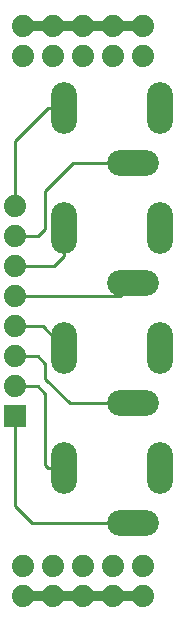
<source format=gbr>
G04 #@! TF.GenerationSoftware,KiCad,Pcbnew,(5.1.5)-3*
G04 #@! TF.CreationDate,2020-03-15T10:43:50-07:00*
G04 #@! TF.ProjectId,bbf-eurojacks_v1,6262662d-6575-4726-9f6a-61636b735f76,rev?*
G04 #@! TF.SameCoordinates,Original*
G04 #@! TF.FileFunction,Copper,L1,Top*
G04 #@! TF.FilePolarity,Positive*
%FSLAX46Y46*%
G04 Gerber Fmt 4.6, Leading zero omitted, Abs format (unit mm)*
G04 Created by KiCad (PCBNEW (5.1.5)-3) date 2020-03-15 10:43:50*
%MOMM*%
%LPD*%
G04 APERTURE LIST*
G04 #@! TA.AperFunction,ComponentPad*
%ADD10O,2.184400X4.368800*%
G04 #@! TD*
G04 #@! TA.AperFunction,ComponentPad*
%ADD11O,4.368800X2.184400*%
G04 #@! TD*
G04 #@! TA.AperFunction,ComponentPad*
%ADD12C,1.879600*%
G04 #@! TD*
G04 #@! TA.AperFunction,ComponentPad*
%ADD13R,1.879600X1.879600*%
G04 #@! TD*
G04 #@! TA.AperFunction,Conductor*
%ADD14C,0.812800*%
G04 #@! TD*
G04 #@! TA.AperFunction,Conductor*
%ADD15C,0.254000*%
G04 #@! TD*
G04 #@! TA.AperFunction,Conductor*
%ADD16C,0.250000*%
G04 #@! TD*
G04 APERTURE END LIST*
D10*
G04 #@! TO.P,J4,2*
G04 #@! TO.N,Net-(J4-Pad2)*
X146916100Y-118253600D03*
D11*
G04 #@! TO.P,J4,3*
G04 #@! TO.N,Net-(J4-Pad3)*
X152716100Y-122953600D03*
D10*
G04 #@! TO.P,J4,1*
G04 #@! TO.N,GND*
X155016100Y-118253600D03*
G04 #@! TD*
G04 #@! TO.P,J3,2*
G04 #@! TO.N,Net-(J3-Pad2)*
X146916100Y-108093600D03*
D11*
G04 #@! TO.P,J3,3*
G04 #@! TO.N,Net-(J3-Pad3)*
X152716100Y-112793600D03*
D10*
G04 #@! TO.P,J3,1*
G04 #@! TO.N,GND*
X155016100Y-108093600D03*
G04 #@! TD*
G04 #@! TO.P,J2,2*
G04 #@! TO.N,Net-(J2-Pad2)*
X146916100Y-97933600D03*
D11*
G04 #@! TO.P,J2,3*
G04 #@! TO.N,Net-(J2-Pad3)*
X152716100Y-102633600D03*
D10*
G04 #@! TO.P,J2,1*
G04 #@! TO.N,GND*
X155016100Y-97933600D03*
G04 #@! TD*
G04 #@! TO.P,J1,2*
G04 #@! TO.N,Net-(J1-Pad2)*
X146916100Y-87773600D03*
D11*
G04 #@! TO.P,J1,3*
G04 #@! TO.N,Net-(J1-Pad3)*
X152716100Y-92473600D03*
D10*
G04 #@! TO.P,J1,1*
G04 #@! TO.N,GND*
X155016100Y-87773600D03*
G04 #@! TD*
D12*
G04 #@! TO.P,JP1,10*
G04 #@! TO.N,VCC*
X153581100Y-80868600D03*
G04 #@! TO.P,JP1,9*
G04 #@! TO.N,GND*
X153581100Y-83408600D03*
G04 #@! TO.P,JP1,8*
G04 #@! TO.N,VCC*
X151041100Y-80868600D03*
G04 #@! TO.P,JP1,7*
G04 #@! TO.N,GND*
X151041100Y-83408600D03*
G04 #@! TO.P,JP1,6*
G04 #@! TO.N,VCC*
X148501100Y-80868600D03*
G04 #@! TO.P,JP1,5*
G04 #@! TO.N,GND*
X148501100Y-83408600D03*
G04 #@! TO.P,JP1,4*
G04 #@! TO.N,VCC*
X145961100Y-80868600D03*
G04 #@! TO.P,JP1,3*
G04 #@! TO.N,GND*
X145961100Y-83408600D03*
G04 #@! TO.P,JP1,2*
G04 #@! TO.N,VCC*
X143421100Y-80868600D03*
G04 #@! TO.P,JP1,1*
G04 #@! TO.N,GND*
X143421100Y-83408600D03*
G04 #@! TD*
G04 #@! TO.P,JP3,10*
G04 #@! TO.N,GND*
X153581100Y-126588600D03*
G04 #@! TO.P,JP3,9*
G04 #@! TO.N,VEE*
X153581100Y-129128600D03*
G04 #@! TO.P,JP3,8*
G04 #@! TO.N,GND*
X151041100Y-126588600D03*
G04 #@! TO.P,JP3,7*
G04 #@! TO.N,VEE*
X151041100Y-129128600D03*
G04 #@! TO.P,JP3,6*
G04 #@! TO.N,GND*
X148501100Y-126588600D03*
G04 #@! TO.P,JP3,5*
G04 #@! TO.N,VEE*
X148501100Y-129128600D03*
G04 #@! TO.P,JP3,4*
G04 #@! TO.N,GND*
X145961100Y-126588600D03*
G04 #@! TO.P,JP3,3*
G04 #@! TO.N,VEE*
X145961100Y-129128600D03*
G04 #@! TO.P,JP3,2*
G04 #@! TO.N,GND*
X143421100Y-126588600D03*
G04 #@! TO.P,JP3,1*
G04 #@! TO.N,VEE*
X143421100Y-129128600D03*
G04 #@! TD*
G04 #@! TO.P,JP2,8*
G04 #@! TO.N,Net-(J1-Pad2)*
X142786100Y-96108600D03*
G04 #@! TO.P,JP2,7*
G04 #@! TO.N,Net-(J1-Pad3)*
X142786100Y-98648600D03*
G04 #@! TO.P,JP2,6*
G04 #@! TO.N,Net-(J2-Pad2)*
X142786100Y-101188600D03*
G04 #@! TO.P,JP2,5*
G04 #@! TO.N,Net-(J2-Pad3)*
X142786100Y-103728600D03*
G04 #@! TO.P,JP2,4*
G04 #@! TO.N,Net-(J3-Pad2)*
X142786100Y-106268600D03*
G04 #@! TO.P,JP2,3*
G04 #@! TO.N,Net-(J3-Pad3)*
X142786100Y-108808600D03*
G04 #@! TO.P,JP2,2*
G04 #@! TO.N,Net-(J4-Pad2)*
X142786100Y-111348600D03*
D13*
G04 #@! TO.P,JP2,1*
G04 #@! TO.N,Net-(J4-Pad3)*
X142786100Y-113888600D03*
G04 #@! TD*
D14*
G04 #@! TO.N,VCC*
X143421100Y-80868600D02*
X145961100Y-80868600D01*
X145961100Y-80868600D02*
X148501100Y-80868600D01*
X148501100Y-80868600D02*
X151041100Y-80868600D01*
X151041100Y-80868600D02*
X153581100Y-80868600D01*
G04 #@! TO.N,VEE*
X143421100Y-129128600D02*
X145961100Y-129128600D01*
X145961100Y-129128600D02*
X148501100Y-129128600D01*
X148501100Y-129128600D02*
X151041100Y-129128600D01*
X151041100Y-129128600D02*
X153581100Y-129128600D01*
D15*
G04 #@! TO.N,Net-(J2-Pad2)*
X142786100Y-101188600D02*
X144691100Y-101188600D01*
X146916100Y-98963600D02*
X146916100Y-97933600D01*
D16*
X146916100Y-100368000D02*
X146916100Y-97933600D01*
X146095500Y-101188600D02*
X146916100Y-100368000D01*
X144691100Y-101188600D02*
X146095500Y-101188600D01*
G04 #@! TO.N,Net-(J2-Pad3)*
X151621100Y-103728600D02*
X152716100Y-102633600D01*
X142786100Y-103728600D02*
X151621100Y-103728600D01*
G04 #@! TO.N,Net-(J3-Pad2)*
X145091100Y-106268600D02*
X146916100Y-108093600D01*
X142786100Y-106268600D02*
X145091100Y-106268600D01*
D15*
G04 #@! TO.N,Net-(J3-Pad3)*
X142786100Y-108808600D02*
X144691100Y-108808600D01*
X144691100Y-108808600D02*
X145326100Y-109443600D01*
X145326100Y-109443600D02*
X145326100Y-110713600D01*
X145326100Y-110713600D02*
X147406100Y-112793600D01*
D16*
X147406100Y-112793600D02*
X152716100Y-112793600D01*
D15*
G04 #@! TO.N,Net-(J4-Pad2)*
X145326100Y-114523600D02*
X145326100Y-111983600D01*
X145326100Y-111983600D02*
X144691100Y-111348600D01*
X144691100Y-111348600D02*
X142786100Y-111348600D01*
D16*
X145573900Y-118253600D02*
X146916100Y-118253600D01*
X145326100Y-118005800D02*
X145573900Y-118253600D01*
X145326100Y-114523600D02*
X145326100Y-118005800D01*
D15*
G04 #@! TO.N,Net-(J4-Pad3)*
X142786100Y-121508600D02*
X142786100Y-113888600D01*
X142786100Y-121508600D02*
X144056100Y-122778600D01*
D16*
X144231100Y-122953600D02*
X152716100Y-122953600D01*
X144056100Y-122778600D02*
X144231100Y-122953600D01*
G04 #@! TO.N,Net-(J1-Pad2)*
X142786100Y-96108600D02*
X142786100Y-91713900D01*
X142786100Y-90561400D02*
X142786100Y-91713900D01*
X145573900Y-87773600D02*
X142786100Y-90561400D01*
X146916100Y-87773600D02*
X145573900Y-87773600D01*
D15*
G04 #@! TO.N,Net-(J1-Pad3)*
X142786100Y-98648600D02*
X144691100Y-98648600D01*
X144691100Y-98648600D02*
X145326100Y-98013600D01*
X145326100Y-98013600D02*
X145326100Y-94838600D01*
X145326100Y-94838600D02*
X147691100Y-92473600D01*
D16*
X152716100Y-92473600D02*
X147691100Y-92473600D01*
G04 #@! TD*
M02*

</source>
